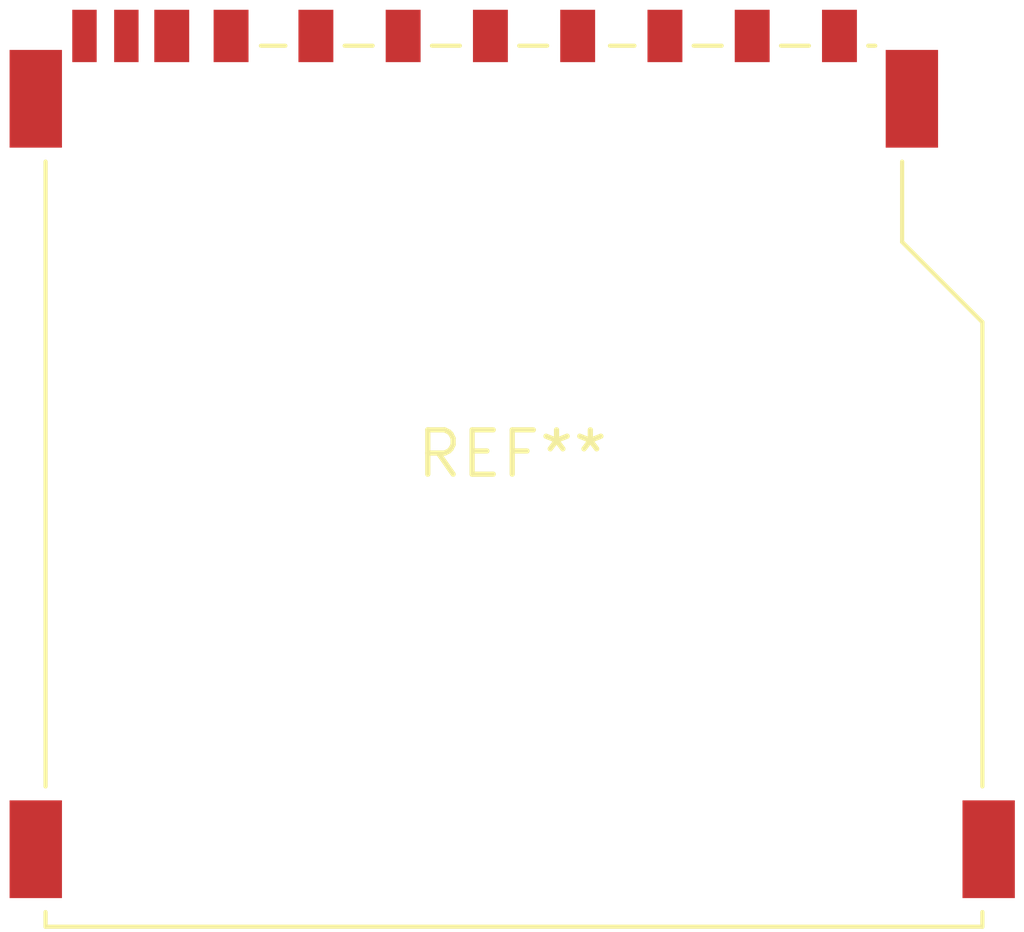
<source format=kicad_pcb>
(kicad_pcb (version 20240108) (generator pcbnew)
  (layers (0 "F.Cu" signal) (31 "B.Cu" signal) (34 "B.Paste" user) (35 "F.Paste" user) (36 "B.SilkS" user "B.Silkscreen") (37 "F.SilkS" user "F.Silkscreen") (38 "B.Mask" user) (39 "F.Mask" user) (44 "Edge.Cuts" user))
  (net 0 "")
  (footprint "SD_TE_2041021" (layer "F.Cu") (at 0 0)
    (property "Reference" "REF**")
    (property "Value" "SD_TE_2041021")
    (fp_line (start -13.37 -8.375) (end -13.37 9.525) (layer "F.SilkS") (stroke (width 0.12)))
    (fp_line (start -13.37 13.125) (end -13.37 13.545) (layer "F.SilkS") (stroke (width 0.12)))
    (fp_line (start -13.37 13.545) (end 13.47 13.545) (layer "F.SilkS") (stroke (width 0.12)))
    (fp_line (start -7.2 -11.695) (end -6.5 -11.695) (layer "F.SilkS") (stroke (width 0.12)))
    (fp_line (start -4.8 -11.695) (end -4 -11.695) (layer "F.SilkS") (stroke (width 0.12)))
    (fp_line (start -2.3 -11.695) (end -1.5 -11.695) (layer "F.SilkS") (stroke (width 0.12)))
    (fp_line (start 0.2 -11.695) (end 1 -11.695) (layer "F.SilkS") (stroke (width 0.12)))
    (fp_line (start 2.8 -11.695) (end 3.5 -11.695) (layer "F.SilkS") (stroke (width 0.12)))
    (fp_line (start 5.2 -11.695) (end 6 -11.695) (layer "F.SilkS") (stroke (width 0.12)))
    (fp_line (start 7.7 -11.695) (end 8.5 -11.695) (layer "F.SilkS") (stroke (width 0.12)))
    (fp_line (start 10.2 -11.695) (end 10.4 -11.695) (layer "F.SilkS") (stroke (width 0.12)))
    (fp_line (start 11.17 -8.375) (end 11.17 -6.075) (layer "F.SilkS") (stroke (width 0.12)))
    (fp_line (start 11.17 -6.075) (end 13.47 -3.775) (layer "F.SilkS") (stroke (width 0.12)))
    (fp_line (start 13.47 -3.775) (end 13.47 9.525) (layer "F.SilkS") (stroke (width 0.12)))
    (fp_line (start 13.47 13.545) (end 13.47 13.125) (layer "F.SilkS") (stroke (width 0.12)))
    (pad "" np_thru_hole circle (at -11.5 -9.175) (size 1.1 1.1) (drill 1.1) (layers *.Cu *.Mask))
    (pad "" np_thru_hole circle (at 9.5 -9.175) (size 1.6 1.6) (drill 1.6) (layers *.Cu *.Mask))
    (pad "1" smd rect (at 6.875 -11.975) (size 1 1.5) (layers "F.Cu" "F.Paste" "F.Mask"))
    (pad "2" smd rect (at 4.375 -11.975) (size 1 1.5) (layers "F.Cu" "F.Paste" "F.Mask"))
    (pad "3" smd rect (at 1.875 -11.975) (size 1 1.5) (layers "F.Cu" "F.Paste" "F.Mask"))
    (pad "4" smd rect (at -0.625 -11.975) (size 1 1.5) (layers "F.Cu" "F.Paste" "F.Mask"))
    (pad "5" smd rect (at -3.125 -11.975) (size 1 1.5) (layers "F.Cu" "F.Paste" "F.Mask"))
    (pad "6" smd rect (at -5.625 -11.975) (size 1 1.5) (layers "F.Cu" "F.Paste" "F.Mask"))
    (pad "7" smd rect (at -8.055 -11.975) (size 1 1.5) (layers "F.Cu" "F.Paste" "F.Mask"))
    (pad "8" smd rect (at -9.755 -11.975) (size 1 1.5) (layers "F.Cu" "F.Paste" "F.Mask"))
    (pad "9" smd rect (at 9.375 -11.975) (size 1 1.5) (layers "F.Cu" "F.Paste" "F.Mask"))
    (pad "10" smd rect (at -11.055 -11.975) (size 0.7 1.5) (layers "F.Cu" "F.Paste" "F.Mask"))
    (pad "11" smd rect (at -12.255 -11.975) (size 0.7 1.5) (layers "F.Cu" "F.Paste" "F.Mask"))
    (pad "12" smd rect (at -13.65 -10.175) (size 1.5 2.8) (layers "F.Cu" "F.Paste" "F.Mask"))
    (pad "12" smd rect (at -13.65 11.325) (size 1.5 2.8) (layers "F.Cu" "F.Paste" "F.Mask"))
    (pad "12" smd rect (at 11.45 -10.175) (size 1.5 2.8) (layers "F.Cu" "F.Paste" "F.Mask"))
    (pad "12" smd rect (at 13.65 11.325) (size 1.5 2.8) (layers "F.Cu" "F.Paste" "F.Mask"))
  )
)
</source>
